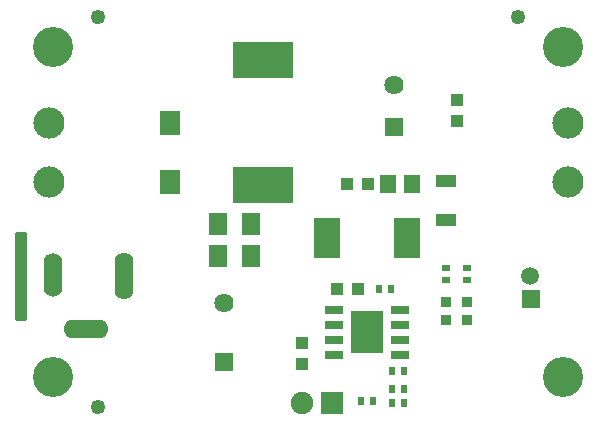
<source format=gbr>
G04 #@! TF.GenerationSoftware,KiCad,Pcbnew,5.1.6-c6e7f7d~87~ubuntu18.04.1*
G04 #@! TF.CreationDate,2022-04-04T15:30:34+03:00*
G04 #@! TF.ProjectId,DCDC-50-5-12_Rev_A,44434443-2d35-4302-9d35-2d31325f5265,A*
G04 #@! TF.SameCoordinates,Original*
G04 #@! TF.FileFunction,Soldermask,Top*
G04 #@! TF.FilePolarity,Negative*
%FSLAX46Y46*%
G04 Gerber Fmt 4.6, Leading zero omitted, Abs format (unit mm)*
G04 Created by KiCad (PCBNEW 5.1.6-c6e7f7d~87~ubuntu18.04.1) date 2022-04-04 15:30:34*
%MOMM*%
%LPD*%
G01*
G04 APERTURE LIST*
%ADD10O,3.801600X1.601600*%
%ADD11O,1.601600X3.701600*%
%ADD12O,1.601600X4.001600*%
%ADD13C,2.641600*%
%ADD14R,5.101600X3.101599*%
%ADD15R,1.117600X1.117600*%
%ADD16R,0.651600X0.601600*%
%ADD17R,0.601600X0.651600*%
%ADD18R,1.371600X1.625600*%
%ADD19R,1.801600X2.101600*%
%ADD20C,1.254000*%
%ADD21R,1.901600X1.901600*%
%ADD22C,1.901600*%
%ADD23C,1.501600*%
%ADD24R,1.501600X1.501600*%
%ADD25C,1.625600*%
%ADD26R,1.625600X1.625600*%
%ADD27R,2.301600X3.501600*%
%ADD28R,1.801600X1.101600*%
%ADD29R,0.901600X0.901600*%
%ADD30C,3.401601*%
%ADD31R,1.625600X1.879600*%
%ADD32R,2.701600X3.601600*%
%ADD33R,1.501600X0.701600*%
%ADD34C,0.254000*%
G04 APERTURE END LIST*
D10*
X123396000Y-91140000D03*
D11*
X120650000Y-86540000D03*
D12*
X126650000Y-86690000D03*
D13*
X164211000Y-73700000D03*
X164211000Y-78700000D03*
X120269000Y-78700000D03*
X120269000Y-73700000D03*
D14*
X138430000Y-68360000D03*
X138430000Y-78960000D03*
D15*
X154813000Y-71755000D03*
X154813000Y-73533000D03*
D16*
X153924000Y-86995000D03*
X153924000Y-85979000D03*
D17*
X146685000Y-97282000D03*
X147701000Y-97282000D03*
X148209000Y-87757000D03*
X149225000Y-87757000D03*
D18*
X151003000Y-78867000D03*
X148971000Y-78867000D03*
D17*
X149352000Y-94742000D03*
X150368000Y-94742000D03*
D16*
X155702000Y-86995000D03*
X155702000Y-85979000D03*
D19*
X130556000Y-78700000D03*
X130556000Y-73700000D03*
D20*
X160020000Y-64770000D03*
X124460000Y-64770000D03*
X124460000Y-97790000D03*
D17*
X150368000Y-97409000D03*
X149352000Y-97409000D03*
X150368000Y-96266000D03*
X149352000Y-96266000D03*
D21*
X144272000Y-97409000D03*
D22*
X141732000Y-97409000D03*
D23*
X161056320Y-86626700D03*
D24*
X161058860Y-88638380D03*
D25*
X135128000Y-88940000D03*
D26*
X135128000Y-93940000D03*
D15*
X141732000Y-94107000D03*
X141732000Y-92329000D03*
X144653000Y-87757000D03*
X146431000Y-87757000D03*
D25*
X149479000Y-70513000D03*
D26*
X149479000Y-74013000D03*
D27*
X150593000Y-83439000D03*
X143793000Y-83439000D03*
D28*
X153924000Y-81914000D03*
X153924000Y-78614000D03*
D29*
X153924000Y-90424000D03*
X153924000Y-88900000D03*
X155702000Y-88900000D03*
X155702000Y-90424000D03*
D30*
X120650000Y-95250000D03*
X120650000Y-67310000D03*
X163830000Y-67310000D03*
X163830000Y-95250000D03*
D31*
X134620000Y-82296000D03*
X137414000Y-82296000D03*
X137414000Y-84963000D03*
X134620000Y-84963000D03*
D15*
X147320000Y-78867000D03*
X145542000Y-78867000D03*
D32*
X147193000Y-91440000D03*
D33*
X149993000Y-89535000D03*
X149993000Y-90805000D03*
X149993000Y-92075000D03*
X149993000Y-93345000D03*
X144393000Y-93345000D03*
X144393000Y-92075000D03*
X144393000Y-90805000D03*
X144393000Y-89535000D03*
D22*
X147193000Y-91440000D03*
D34*
G36*
X118237000Y-90297000D02*
G01*
X117475000Y-90297000D01*
X117475000Y-83058000D01*
X118237000Y-83058000D01*
X118237000Y-90297000D01*
G37*
X118237000Y-90297000D02*
X117475000Y-90297000D01*
X117475000Y-83058000D01*
X118237000Y-83058000D01*
X118237000Y-90297000D01*
M02*

</source>
